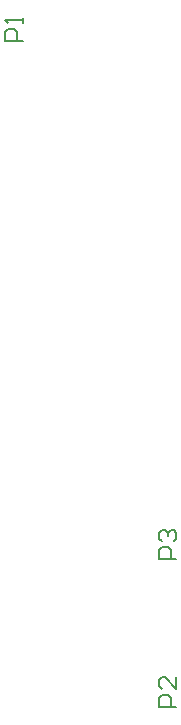
<source format=gbr>
G04*
G04 #@! TF.GenerationSoftware,Altium Limited,Altium Designer,24.1.2 (44)*
G04*
G04 Layer_Color=65535*
%FSLAX25Y25*%
%MOIN*%
G70*
G04*
G04 #@! TF.SameCoordinates,29FF4F4E-3C6D-470F-9DA1-2895E510F6E9*
G04*
G04*
G04 #@! TF.FilePolarity,Positive*
G04*
G01*
G75*
%ADD81C,0.00591*%
D81*
X898621Y406498D02*
X892717D01*
Y409449D01*
X893701Y410433D01*
X895669D01*
X896653Y409449D01*
Y406498D01*
X893701Y412401D02*
X892717Y413385D01*
Y415353D01*
X893701Y416337D01*
X894685D01*
X895669Y415353D01*
Y414369D01*
Y415353D01*
X896653Y416337D01*
X897637D01*
X898621Y415353D01*
Y413385D01*
X897637Y412401D01*
X898621Y357285D02*
X892717D01*
Y360237D01*
X893701Y361221D01*
X895669D01*
X896653Y360237D01*
Y357285D01*
X898621Y367124D02*
Y363189D01*
X894685Y367124D01*
X893701D01*
X892717Y366141D01*
Y364173D01*
X893701Y363189D01*
X847440Y579175D02*
X841536D01*
Y582126D01*
X842520Y583110D01*
X844488D01*
X845472Y582126D01*
Y579175D01*
X847440Y585078D02*
Y587046D01*
Y586062D01*
X841536D01*
X842520Y585078D01*
M02*

</source>
